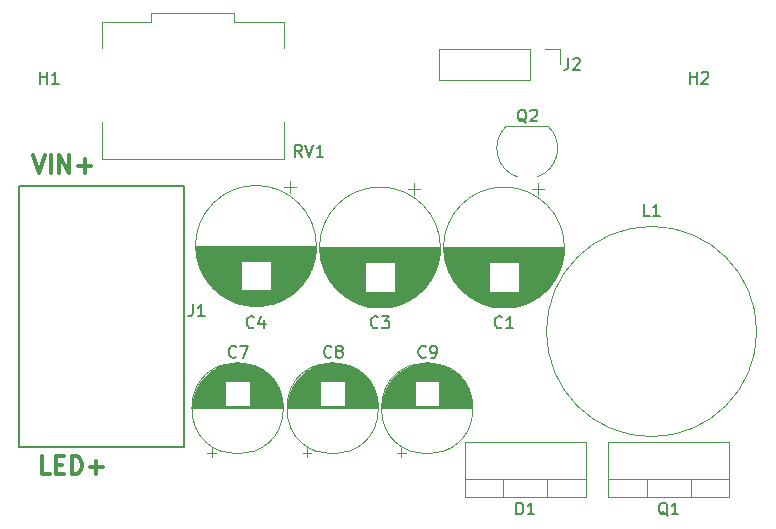
<source format=gbr>
%TF.GenerationSoftware,KiCad,Pcbnew,7.0.1-3b83917a11~172~ubuntu22.10.1*%
%TF.CreationDate,2023-09-25T18:41:39+02:00*%
%TF.ProjectId,led_boost_MIC3230,6c65645f-626f-46f7-9374-5f4d49433332,rev?*%
%TF.SameCoordinates,Original*%
%TF.FileFunction,Legend,Top*%
%TF.FilePolarity,Positive*%
%FSLAX46Y46*%
G04 Gerber Fmt 4.6, Leading zero omitted, Abs format (unit mm)*
G04 Created by KiCad (PCBNEW 7.0.1-3b83917a11~172~ubuntu22.10.1) date 2023-09-25 18:41:39*
%MOMM*%
%LPD*%
G01*
G04 APERTURE LIST*
%ADD10C,0.350000*%
%ADD11C,0.150000*%
%ADD12C,0.120000*%
%ADD13C,0.152400*%
G04 APERTURE END LIST*
D10*
X48642857Y-62316428D02*
X49142857Y-63816428D01*
X49142857Y-63816428D02*
X49642857Y-62316428D01*
X50142856Y-63816428D02*
X50142856Y-62316428D01*
X50857142Y-63816428D02*
X50857142Y-62316428D01*
X50857142Y-62316428D02*
X51714285Y-63816428D01*
X51714285Y-63816428D02*
X51714285Y-62316428D01*
X52428571Y-63245000D02*
X53571429Y-63245000D01*
X53000000Y-63816428D02*
X53000000Y-62673571D01*
X50071428Y-89316428D02*
X49357142Y-89316428D01*
X49357142Y-89316428D02*
X49357142Y-87816428D01*
X50571428Y-88530714D02*
X51071428Y-88530714D01*
X51285714Y-89316428D02*
X50571428Y-89316428D01*
X50571428Y-89316428D02*
X50571428Y-87816428D01*
X50571428Y-87816428D02*
X51285714Y-87816428D01*
X51928571Y-89316428D02*
X51928571Y-87816428D01*
X51928571Y-87816428D02*
X52285714Y-87816428D01*
X52285714Y-87816428D02*
X52500000Y-87887857D01*
X52500000Y-87887857D02*
X52642857Y-88030714D01*
X52642857Y-88030714D02*
X52714286Y-88173571D01*
X52714286Y-88173571D02*
X52785714Y-88459285D01*
X52785714Y-88459285D02*
X52785714Y-88673571D01*
X52785714Y-88673571D02*
X52714286Y-88959285D01*
X52714286Y-88959285D02*
X52642857Y-89102142D01*
X52642857Y-89102142D02*
X52500000Y-89245000D01*
X52500000Y-89245000D02*
X52285714Y-89316428D01*
X52285714Y-89316428D02*
X51928571Y-89316428D01*
X53428571Y-88745000D02*
X54571429Y-88745000D01*
X54000000Y-89316428D02*
X54000000Y-88173571D01*
D11*
%TO.C,C8*%
X73883333Y-79367380D02*
X73835714Y-79415000D01*
X73835714Y-79415000D02*
X73692857Y-79462619D01*
X73692857Y-79462619D02*
X73597619Y-79462619D01*
X73597619Y-79462619D02*
X73454762Y-79415000D01*
X73454762Y-79415000D02*
X73359524Y-79319761D01*
X73359524Y-79319761D02*
X73311905Y-79224523D01*
X73311905Y-79224523D02*
X73264286Y-79034047D01*
X73264286Y-79034047D02*
X73264286Y-78891190D01*
X73264286Y-78891190D02*
X73311905Y-78700714D01*
X73311905Y-78700714D02*
X73359524Y-78605476D01*
X73359524Y-78605476D02*
X73454762Y-78510238D01*
X73454762Y-78510238D02*
X73597619Y-78462619D01*
X73597619Y-78462619D02*
X73692857Y-78462619D01*
X73692857Y-78462619D02*
X73835714Y-78510238D01*
X73835714Y-78510238D02*
X73883333Y-78557857D01*
X74454762Y-78891190D02*
X74359524Y-78843571D01*
X74359524Y-78843571D02*
X74311905Y-78795952D01*
X74311905Y-78795952D02*
X74264286Y-78700714D01*
X74264286Y-78700714D02*
X74264286Y-78653095D01*
X74264286Y-78653095D02*
X74311905Y-78557857D01*
X74311905Y-78557857D02*
X74359524Y-78510238D01*
X74359524Y-78510238D02*
X74454762Y-78462619D01*
X74454762Y-78462619D02*
X74645238Y-78462619D01*
X74645238Y-78462619D02*
X74740476Y-78510238D01*
X74740476Y-78510238D02*
X74788095Y-78557857D01*
X74788095Y-78557857D02*
X74835714Y-78653095D01*
X74835714Y-78653095D02*
X74835714Y-78700714D01*
X74835714Y-78700714D02*
X74788095Y-78795952D01*
X74788095Y-78795952D02*
X74740476Y-78843571D01*
X74740476Y-78843571D02*
X74645238Y-78891190D01*
X74645238Y-78891190D02*
X74454762Y-78891190D01*
X74454762Y-78891190D02*
X74359524Y-78938809D01*
X74359524Y-78938809D02*
X74311905Y-78986428D01*
X74311905Y-78986428D02*
X74264286Y-79081666D01*
X74264286Y-79081666D02*
X74264286Y-79272142D01*
X74264286Y-79272142D02*
X74311905Y-79367380D01*
X74311905Y-79367380D02*
X74359524Y-79415000D01*
X74359524Y-79415000D02*
X74454762Y-79462619D01*
X74454762Y-79462619D02*
X74645238Y-79462619D01*
X74645238Y-79462619D02*
X74740476Y-79415000D01*
X74740476Y-79415000D02*
X74788095Y-79367380D01*
X74788095Y-79367380D02*
X74835714Y-79272142D01*
X74835714Y-79272142D02*
X74835714Y-79081666D01*
X74835714Y-79081666D02*
X74788095Y-78986428D01*
X74788095Y-78986428D02*
X74740476Y-78938809D01*
X74740476Y-78938809D02*
X74645238Y-78891190D01*
%TO.C,J1*%
X62166666Y-74962619D02*
X62166666Y-75676904D01*
X62166666Y-75676904D02*
X62119047Y-75819761D01*
X62119047Y-75819761D02*
X62023809Y-75915000D01*
X62023809Y-75915000D02*
X61880952Y-75962619D01*
X61880952Y-75962619D02*
X61785714Y-75962619D01*
X63166666Y-75962619D02*
X62595238Y-75962619D01*
X62880952Y-75962619D02*
X62880952Y-74962619D01*
X62880952Y-74962619D02*
X62785714Y-75105476D01*
X62785714Y-75105476D02*
X62690476Y-75200714D01*
X62690476Y-75200714D02*
X62595238Y-75248333D01*
%TO.C,H2*%
X104238095Y-56262619D02*
X104238095Y-55262619D01*
X104238095Y-55738809D02*
X104809523Y-55738809D01*
X104809523Y-56262619D02*
X104809523Y-55262619D01*
X105238095Y-55357857D02*
X105285714Y-55310238D01*
X105285714Y-55310238D02*
X105380952Y-55262619D01*
X105380952Y-55262619D02*
X105619047Y-55262619D01*
X105619047Y-55262619D02*
X105714285Y-55310238D01*
X105714285Y-55310238D02*
X105761904Y-55357857D01*
X105761904Y-55357857D02*
X105809523Y-55453095D01*
X105809523Y-55453095D02*
X105809523Y-55548333D01*
X105809523Y-55548333D02*
X105761904Y-55691190D01*
X105761904Y-55691190D02*
X105190476Y-56262619D01*
X105190476Y-56262619D02*
X105809523Y-56262619D01*
%TO.C,Q1*%
X102364761Y-92827857D02*
X102269523Y-92780238D01*
X102269523Y-92780238D02*
X102174285Y-92685000D01*
X102174285Y-92685000D02*
X102031428Y-92542142D01*
X102031428Y-92542142D02*
X101936190Y-92494523D01*
X101936190Y-92494523D02*
X101840952Y-92494523D01*
X101888571Y-92732619D02*
X101793333Y-92685000D01*
X101793333Y-92685000D02*
X101698095Y-92589761D01*
X101698095Y-92589761D02*
X101650476Y-92399285D01*
X101650476Y-92399285D02*
X101650476Y-92065952D01*
X101650476Y-92065952D02*
X101698095Y-91875476D01*
X101698095Y-91875476D02*
X101793333Y-91780238D01*
X101793333Y-91780238D02*
X101888571Y-91732619D01*
X101888571Y-91732619D02*
X102079047Y-91732619D01*
X102079047Y-91732619D02*
X102174285Y-91780238D01*
X102174285Y-91780238D02*
X102269523Y-91875476D01*
X102269523Y-91875476D02*
X102317142Y-92065952D01*
X102317142Y-92065952D02*
X102317142Y-92399285D01*
X102317142Y-92399285D02*
X102269523Y-92589761D01*
X102269523Y-92589761D02*
X102174285Y-92685000D01*
X102174285Y-92685000D02*
X102079047Y-92732619D01*
X102079047Y-92732619D02*
X101888571Y-92732619D01*
X103269523Y-92732619D02*
X102698095Y-92732619D01*
X102983809Y-92732619D02*
X102983809Y-91732619D01*
X102983809Y-91732619D02*
X102888571Y-91875476D01*
X102888571Y-91875476D02*
X102793333Y-91970714D01*
X102793333Y-91970714D02*
X102698095Y-92018333D01*
%TO.C,C7*%
X65833333Y-79367380D02*
X65785714Y-79415000D01*
X65785714Y-79415000D02*
X65642857Y-79462619D01*
X65642857Y-79462619D02*
X65547619Y-79462619D01*
X65547619Y-79462619D02*
X65404762Y-79415000D01*
X65404762Y-79415000D02*
X65309524Y-79319761D01*
X65309524Y-79319761D02*
X65261905Y-79224523D01*
X65261905Y-79224523D02*
X65214286Y-79034047D01*
X65214286Y-79034047D02*
X65214286Y-78891190D01*
X65214286Y-78891190D02*
X65261905Y-78700714D01*
X65261905Y-78700714D02*
X65309524Y-78605476D01*
X65309524Y-78605476D02*
X65404762Y-78510238D01*
X65404762Y-78510238D02*
X65547619Y-78462619D01*
X65547619Y-78462619D02*
X65642857Y-78462619D01*
X65642857Y-78462619D02*
X65785714Y-78510238D01*
X65785714Y-78510238D02*
X65833333Y-78557857D01*
X66166667Y-78462619D02*
X66833333Y-78462619D01*
X66833333Y-78462619D02*
X66404762Y-79462619D01*
%TO.C,C3*%
X77833333Y-76867380D02*
X77785714Y-76915000D01*
X77785714Y-76915000D02*
X77642857Y-76962619D01*
X77642857Y-76962619D02*
X77547619Y-76962619D01*
X77547619Y-76962619D02*
X77404762Y-76915000D01*
X77404762Y-76915000D02*
X77309524Y-76819761D01*
X77309524Y-76819761D02*
X77261905Y-76724523D01*
X77261905Y-76724523D02*
X77214286Y-76534047D01*
X77214286Y-76534047D02*
X77214286Y-76391190D01*
X77214286Y-76391190D02*
X77261905Y-76200714D01*
X77261905Y-76200714D02*
X77309524Y-76105476D01*
X77309524Y-76105476D02*
X77404762Y-76010238D01*
X77404762Y-76010238D02*
X77547619Y-75962619D01*
X77547619Y-75962619D02*
X77642857Y-75962619D01*
X77642857Y-75962619D02*
X77785714Y-76010238D01*
X77785714Y-76010238D02*
X77833333Y-76057857D01*
X78166667Y-75962619D02*
X78785714Y-75962619D01*
X78785714Y-75962619D02*
X78452381Y-76343571D01*
X78452381Y-76343571D02*
X78595238Y-76343571D01*
X78595238Y-76343571D02*
X78690476Y-76391190D01*
X78690476Y-76391190D02*
X78738095Y-76438809D01*
X78738095Y-76438809D02*
X78785714Y-76534047D01*
X78785714Y-76534047D02*
X78785714Y-76772142D01*
X78785714Y-76772142D02*
X78738095Y-76867380D01*
X78738095Y-76867380D02*
X78690476Y-76915000D01*
X78690476Y-76915000D02*
X78595238Y-76962619D01*
X78595238Y-76962619D02*
X78309524Y-76962619D01*
X78309524Y-76962619D02*
X78214286Y-76915000D01*
X78214286Y-76915000D02*
X78166667Y-76867380D01*
%TO.C,H1*%
X49238095Y-56262619D02*
X49238095Y-55262619D01*
X49238095Y-55738809D02*
X49809523Y-55738809D01*
X49809523Y-56262619D02*
X49809523Y-55262619D01*
X50809523Y-56262619D02*
X50238095Y-56262619D01*
X50523809Y-56262619D02*
X50523809Y-55262619D01*
X50523809Y-55262619D02*
X50428571Y-55405476D01*
X50428571Y-55405476D02*
X50333333Y-55500714D01*
X50333333Y-55500714D02*
X50238095Y-55548333D01*
%TO.C,L1*%
X100833333Y-67462618D02*
X100357143Y-67462618D01*
X100357143Y-67462618D02*
X100357143Y-66462618D01*
X101690476Y-67462618D02*
X101119048Y-67462618D01*
X101404762Y-67462618D02*
X101404762Y-66462618D01*
X101404762Y-66462618D02*
X101309524Y-66605475D01*
X101309524Y-66605475D02*
X101214286Y-66700713D01*
X101214286Y-66700713D02*
X101119048Y-66748332D01*
%TO.C,RV1*%
X71404761Y-62462619D02*
X71071428Y-61986428D01*
X70833333Y-62462619D02*
X70833333Y-61462619D01*
X70833333Y-61462619D02*
X71214285Y-61462619D01*
X71214285Y-61462619D02*
X71309523Y-61510238D01*
X71309523Y-61510238D02*
X71357142Y-61557857D01*
X71357142Y-61557857D02*
X71404761Y-61653095D01*
X71404761Y-61653095D02*
X71404761Y-61795952D01*
X71404761Y-61795952D02*
X71357142Y-61891190D01*
X71357142Y-61891190D02*
X71309523Y-61938809D01*
X71309523Y-61938809D02*
X71214285Y-61986428D01*
X71214285Y-61986428D02*
X70833333Y-61986428D01*
X71690476Y-61462619D02*
X72023809Y-62462619D01*
X72023809Y-62462619D02*
X72357142Y-61462619D01*
X73214285Y-62462619D02*
X72642857Y-62462619D01*
X72928571Y-62462619D02*
X72928571Y-61462619D01*
X72928571Y-61462619D02*
X72833333Y-61605476D01*
X72833333Y-61605476D02*
X72738095Y-61700714D01*
X72738095Y-61700714D02*
X72642857Y-61748333D01*
%TO.C,J2*%
X93941666Y-54100119D02*
X93941666Y-54814404D01*
X93941666Y-54814404D02*
X93894047Y-54957261D01*
X93894047Y-54957261D02*
X93798809Y-55052500D01*
X93798809Y-55052500D02*
X93655952Y-55100119D01*
X93655952Y-55100119D02*
X93560714Y-55100119D01*
X94370238Y-54195357D02*
X94417857Y-54147738D01*
X94417857Y-54147738D02*
X94513095Y-54100119D01*
X94513095Y-54100119D02*
X94751190Y-54100119D01*
X94751190Y-54100119D02*
X94846428Y-54147738D01*
X94846428Y-54147738D02*
X94894047Y-54195357D01*
X94894047Y-54195357D02*
X94941666Y-54290595D01*
X94941666Y-54290595D02*
X94941666Y-54385833D01*
X94941666Y-54385833D02*
X94894047Y-54528690D01*
X94894047Y-54528690D02*
X94322619Y-55100119D01*
X94322619Y-55100119D02*
X94941666Y-55100119D01*
%TO.C,C4*%
X67333333Y-76867380D02*
X67285714Y-76915000D01*
X67285714Y-76915000D02*
X67142857Y-76962619D01*
X67142857Y-76962619D02*
X67047619Y-76962619D01*
X67047619Y-76962619D02*
X66904762Y-76915000D01*
X66904762Y-76915000D02*
X66809524Y-76819761D01*
X66809524Y-76819761D02*
X66761905Y-76724523D01*
X66761905Y-76724523D02*
X66714286Y-76534047D01*
X66714286Y-76534047D02*
X66714286Y-76391190D01*
X66714286Y-76391190D02*
X66761905Y-76200714D01*
X66761905Y-76200714D02*
X66809524Y-76105476D01*
X66809524Y-76105476D02*
X66904762Y-76010238D01*
X66904762Y-76010238D02*
X67047619Y-75962619D01*
X67047619Y-75962619D02*
X67142857Y-75962619D01*
X67142857Y-75962619D02*
X67285714Y-76010238D01*
X67285714Y-76010238D02*
X67333333Y-76057857D01*
X68190476Y-76295952D02*
X68190476Y-76962619D01*
X67952381Y-75915000D02*
X67714286Y-76629285D01*
X67714286Y-76629285D02*
X68333333Y-76629285D01*
%TO.C,D1*%
X89551905Y-92732619D02*
X89551905Y-91732619D01*
X89551905Y-91732619D02*
X89790000Y-91732619D01*
X89790000Y-91732619D02*
X89932857Y-91780238D01*
X89932857Y-91780238D02*
X90028095Y-91875476D01*
X90028095Y-91875476D02*
X90075714Y-91970714D01*
X90075714Y-91970714D02*
X90123333Y-92161190D01*
X90123333Y-92161190D02*
X90123333Y-92304047D01*
X90123333Y-92304047D02*
X90075714Y-92494523D01*
X90075714Y-92494523D02*
X90028095Y-92589761D01*
X90028095Y-92589761D02*
X89932857Y-92685000D01*
X89932857Y-92685000D02*
X89790000Y-92732619D01*
X89790000Y-92732619D02*
X89551905Y-92732619D01*
X91075714Y-92732619D02*
X90504286Y-92732619D01*
X90790000Y-92732619D02*
X90790000Y-91732619D01*
X90790000Y-91732619D02*
X90694762Y-91875476D01*
X90694762Y-91875476D02*
X90599524Y-91970714D01*
X90599524Y-91970714D02*
X90504286Y-92018333D01*
%TO.C,C1*%
X88333333Y-76867380D02*
X88285714Y-76915000D01*
X88285714Y-76915000D02*
X88142857Y-76962619D01*
X88142857Y-76962619D02*
X88047619Y-76962619D01*
X88047619Y-76962619D02*
X87904762Y-76915000D01*
X87904762Y-76915000D02*
X87809524Y-76819761D01*
X87809524Y-76819761D02*
X87761905Y-76724523D01*
X87761905Y-76724523D02*
X87714286Y-76534047D01*
X87714286Y-76534047D02*
X87714286Y-76391190D01*
X87714286Y-76391190D02*
X87761905Y-76200714D01*
X87761905Y-76200714D02*
X87809524Y-76105476D01*
X87809524Y-76105476D02*
X87904762Y-76010238D01*
X87904762Y-76010238D02*
X88047619Y-75962619D01*
X88047619Y-75962619D02*
X88142857Y-75962619D01*
X88142857Y-75962619D02*
X88285714Y-76010238D01*
X88285714Y-76010238D02*
X88333333Y-76057857D01*
X89285714Y-76962619D02*
X88714286Y-76962619D01*
X89000000Y-76962619D02*
X89000000Y-75962619D01*
X89000000Y-75962619D02*
X88904762Y-76105476D01*
X88904762Y-76105476D02*
X88809524Y-76200714D01*
X88809524Y-76200714D02*
X88714286Y-76248333D01*
%TO.C,C9*%
X81883333Y-79367380D02*
X81835714Y-79415000D01*
X81835714Y-79415000D02*
X81692857Y-79462619D01*
X81692857Y-79462619D02*
X81597619Y-79462619D01*
X81597619Y-79462619D02*
X81454762Y-79415000D01*
X81454762Y-79415000D02*
X81359524Y-79319761D01*
X81359524Y-79319761D02*
X81311905Y-79224523D01*
X81311905Y-79224523D02*
X81264286Y-79034047D01*
X81264286Y-79034047D02*
X81264286Y-78891190D01*
X81264286Y-78891190D02*
X81311905Y-78700714D01*
X81311905Y-78700714D02*
X81359524Y-78605476D01*
X81359524Y-78605476D02*
X81454762Y-78510238D01*
X81454762Y-78510238D02*
X81597619Y-78462619D01*
X81597619Y-78462619D02*
X81692857Y-78462619D01*
X81692857Y-78462619D02*
X81835714Y-78510238D01*
X81835714Y-78510238D02*
X81883333Y-78557857D01*
X82359524Y-79462619D02*
X82550000Y-79462619D01*
X82550000Y-79462619D02*
X82645238Y-79415000D01*
X82645238Y-79415000D02*
X82692857Y-79367380D01*
X82692857Y-79367380D02*
X82788095Y-79224523D01*
X82788095Y-79224523D02*
X82835714Y-79034047D01*
X82835714Y-79034047D02*
X82835714Y-78653095D01*
X82835714Y-78653095D02*
X82788095Y-78557857D01*
X82788095Y-78557857D02*
X82740476Y-78510238D01*
X82740476Y-78510238D02*
X82645238Y-78462619D01*
X82645238Y-78462619D02*
X82454762Y-78462619D01*
X82454762Y-78462619D02*
X82359524Y-78510238D01*
X82359524Y-78510238D02*
X82311905Y-78557857D01*
X82311905Y-78557857D02*
X82264286Y-78653095D01*
X82264286Y-78653095D02*
X82264286Y-78891190D01*
X82264286Y-78891190D02*
X82311905Y-78986428D01*
X82311905Y-78986428D02*
X82359524Y-79034047D01*
X82359524Y-79034047D02*
X82454762Y-79081666D01*
X82454762Y-79081666D02*
X82645238Y-79081666D01*
X82645238Y-79081666D02*
X82740476Y-79034047D01*
X82740476Y-79034047D02*
X82788095Y-78986428D01*
X82788095Y-78986428D02*
X82835714Y-78891190D01*
%TO.C,Q2*%
X90404761Y-59557857D02*
X90309523Y-59510238D01*
X90309523Y-59510238D02*
X90214285Y-59415000D01*
X90214285Y-59415000D02*
X90071428Y-59272142D01*
X90071428Y-59272142D02*
X89976190Y-59224523D01*
X89976190Y-59224523D02*
X89880952Y-59224523D01*
X89928571Y-59462619D02*
X89833333Y-59415000D01*
X89833333Y-59415000D02*
X89738095Y-59319761D01*
X89738095Y-59319761D02*
X89690476Y-59129285D01*
X89690476Y-59129285D02*
X89690476Y-58795952D01*
X89690476Y-58795952D02*
X89738095Y-58605476D01*
X89738095Y-58605476D02*
X89833333Y-58510238D01*
X89833333Y-58510238D02*
X89928571Y-58462619D01*
X89928571Y-58462619D02*
X90119047Y-58462619D01*
X90119047Y-58462619D02*
X90214285Y-58510238D01*
X90214285Y-58510238D02*
X90309523Y-58605476D01*
X90309523Y-58605476D02*
X90357142Y-58795952D01*
X90357142Y-58795952D02*
X90357142Y-59129285D01*
X90357142Y-59129285D02*
X90309523Y-59319761D01*
X90309523Y-59319761D02*
X90214285Y-59415000D01*
X90214285Y-59415000D02*
X90119047Y-59462619D01*
X90119047Y-59462619D02*
X89928571Y-59462619D01*
X90738095Y-58557857D02*
X90785714Y-58510238D01*
X90785714Y-58510238D02*
X90880952Y-58462619D01*
X90880952Y-58462619D02*
X91119047Y-58462619D01*
X91119047Y-58462619D02*
X91214285Y-58510238D01*
X91214285Y-58510238D02*
X91261904Y-58557857D01*
X91261904Y-58557857D02*
X91309523Y-58653095D01*
X91309523Y-58653095D02*
X91309523Y-58748333D01*
X91309523Y-58748333D02*
X91261904Y-58891190D01*
X91261904Y-58891190D02*
X90690476Y-59462619D01*
X90690476Y-59462619D02*
X91309523Y-59462619D01*
D12*
%TO.C,C8*%
X71825000Y-87892211D02*
X71825000Y-87142211D01*
X71450000Y-87517211D02*
X72200000Y-87517211D01*
X70170000Y-83750000D02*
X77830000Y-83750000D01*
X70170000Y-83710000D02*
X77830000Y-83710000D01*
X70170000Y-83670000D02*
X77830000Y-83670000D01*
X70171000Y-83630000D02*
X77829000Y-83630000D01*
X70173000Y-83590000D02*
X77827000Y-83590000D01*
X70175000Y-83550000D02*
X77825000Y-83550000D01*
X70177000Y-83510000D02*
X72960000Y-83510000D01*
X75040000Y-83510000D02*
X77823000Y-83510000D01*
X70180000Y-83470000D02*
X72960000Y-83470000D01*
X75040000Y-83470000D02*
X77820000Y-83470000D01*
X70183000Y-83430000D02*
X72960000Y-83430000D01*
X75040000Y-83430000D02*
X77817000Y-83430000D01*
X70186000Y-83390000D02*
X72960000Y-83390000D01*
X75040000Y-83390000D02*
X77814000Y-83390000D01*
X70190000Y-83350000D02*
X72960000Y-83350000D01*
X75040000Y-83350000D02*
X77810000Y-83350000D01*
X70195000Y-83310000D02*
X72960000Y-83310000D01*
X75040000Y-83310000D02*
X77805000Y-83310000D01*
X70199000Y-83270000D02*
X72960000Y-83270000D01*
X75040000Y-83270000D02*
X77801000Y-83270000D01*
X70205000Y-83230000D02*
X72960000Y-83230000D01*
X75040000Y-83230000D02*
X77795000Y-83230000D01*
X70210000Y-83190000D02*
X72960000Y-83190000D01*
X75040000Y-83190000D02*
X77790000Y-83190000D01*
X70216000Y-83150000D02*
X72960000Y-83150000D01*
X75040000Y-83150000D02*
X77784000Y-83150000D01*
X70223000Y-83110000D02*
X72960000Y-83110000D01*
X75040000Y-83110000D02*
X77777000Y-83110000D01*
X70230000Y-83070000D02*
X72960000Y-83070000D01*
X75040000Y-83070000D02*
X77770000Y-83070000D01*
X70237000Y-83029000D02*
X72960000Y-83029000D01*
X75040000Y-83029000D02*
X77763000Y-83029000D01*
X70245000Y-82989000D02*
X72960000Y-82989000D01*
X75040000Y-82989000D02*
X77755000Y-82989000D01*
X70253000Y-82949000D02*
X72960000Y-82949000D01*
X75040000Y-82949000D02*
X77747000Y-82949000D01*
X70262000Y-82909000D02*
X72960000Y-82909000D01*
X75040000Y-82909000D02*
X77738000Y-82909000D01*
X70271000Y-82869000D02*
X72960000Y-82869000D01*
X75040000Y-82869000D02*
X77729000Y-82869000D01*
X70280000Y-82829000D02*
X72960000Y-82829000D01*
X75040000Y-82829000D02*
X77720000Y-82829000D01*
X70290000Y-82789000D02*
X72960000Y-82789000D01*
X75040000Y-82789000D02*
X77710000Y-82789000D01*
X70301000Y-82749000D02*
X72960000Y-82749000D01*
X75040000Y-82749000D02*
X77699000Y-82749000D01*
X70312000Y-82709000D02*
X72960000Y-82709000D01*
X75040000Y-82709000D02*
X77688000Y-82709000D01*
X70323000Y-82669000D02*
X72960000Y-82669000D01*
X75040000Y-82669000D02*
X77677000Y-82669000D01*
X70335000Y-82629000D02*
X72960000Y-82629000D01*
X75040000Y-82629000D02*
X77665000Y-82629000D01*
X70347000Y-82589000D02*
X72960000Y-82589000D01*
X75040000Y-82589000D02*
X77653000Y-82589000D01*
X70360000Y-82549000D02*
X72960000Y-82549000D01*
X75040000Y-82549000D02*
X77640000Y-82549000D01*
X70374000Y-82509000D02*
X72960000Y-82509000D01*
X75040000Y-82509000D02*
X77626000Y-82509000D01*
X70387000Y-82469000D02*
X72960000Y-82469000D01*
X75040000Y-82469000D02*
X77613000Y-82469000D01*
X70402000Y-82429000D02*
X72960000Y-82429000D01*
X75040000Y-82429000D02*
X77598000Y-82429000D01*
X70416000Y-82389000D02*
X72960000Y-82389000D01*
X75040000Y-82389000D02*
X77584000Y-82389000D01*
X70432000Y-82349000D02*
X72960000Y-82349000D01*
X75040000Y-82349000D02*
X77568000Y-82349000D01*
X70447000Y-82309000D02*
X72960000Y-82309000D01*
X75040000Y-82309000D02*
X77553000Y-82309000D01*
X70464000Y-82269000D02*
X72960000Y-82269000D01*
X75040000Y-82269000D02*
X77536000Y-82269000D01*
X70480000Y-82229000D02*
X72960000Y-82229000D01*
X75040000Y-82229000D02*
X77520000Y-82229000D01*
X70498000Y-82189000D02*
X72960000Y-82189000D01*
X75040000Y-82189000D02*
X77502000Y-82189000D01*
X70516000Y-82149000D02*
X72960000Y-82149000D01*
X75040000Y-82149000D02*
X77484000Y-82149000D01*
X70534000Y-82109000D02*
X72960000Y-82109000D01*
X75040000Y-82109000D02*
X77466000Y-82109000D01*
X70553000Y-82069000D02*
X72960000Y-82069000D01*
X75040000Y-82069000D02*
X77447000Y-82069000D01*
X70573000Y-82029000D02*
X72960000Y-82029000D01*
X75040000Y-82029000D02*
X77427000Y-82029000D01*
X70593000Y-81989000D02*
X72960000Y-81989000D01*
X75040000Y-81989000D02*
X77407000Y-81989000D01*
X70614000Y-81949000D02*
X72960000Y-81949000D01*
X75040000Y-81949000D02*
X77386000Y-81949000D01*
X70635000Y-81909000D02*
X72960000Y-81909000D01*
X75040000Y-81909000D02*
X77365000Y-81909000D01*
X70657000Y-81869000D02*
X72960000Y-81869000D01*
X75040000Y-81869000D02*
X77343000Y-81869000D01*
X70679000Y-81829000D02*
X72960000Y-81829000D01*
X75040000Y-81829000D02*
X77321000Y-81829000D01*
X70703000Y-81789000D02*
X72960000Y-81789000D01*
X75040000Y-81789000D02*
X77297000Y-81789000D01*
X70726000Y-81749000D02*
X72960000Y-81749000D01*
X75040000Y-81749000D02*
X77274000Y-81749000D01*
X70751000Y-81709000D02*
X72960000Y-81709000D01*
X75040000Y-81709000D02*
X77249000Y-81709000D01*
X70776000Y-81669000D02*
X72960000Y-81669000D01*
X75040000Y-81669000D02*
X77224000Y-81669000D01*
X70802000Y-81629000D02*
X72960000Y-81629000D01*
X75040000Y-81629000D02*
X77198000Y-81629000D01*
X70828000Y-81589000D02*
X72960000Y-81589000D01*
X75040000Y-81589000D02*
X77172000Y-81589000D01*
X70856000Y-81549000D02*
X72960000Y-81549000D01*
X75040000Y-81549000D02*
X77144000Y-81549000D01*
X70884000Y-81509000D02*
X72960000Y-81509000D01*
X75040000Y-81509000D02*
X77116000Y-81509000D01*
X70912000Y-81469000D02*
X72960000Y-81469000D01*
X75040000Y-81469000D02*
X77088000Y-81469000D01*
X70942000Y-81429000D02*
X77058000Y-81429000D01*
X70972000Y-81389000D02*
X77028000Y-81389000D01*
X71004000Y-81349000D02*
X76996000Y-81349000D01*
X71036000Y-81309000D02*
X76964000Y-81309000D01*
X71069000Y-81269000D02*
X76931000Y-81269000D01*
X71102000Y-81229000D02*
X76898000Y-81229000D01*
X71137000Y-81189000D02*
X76863000Y-81189000D01*
X71173000Y-81149000D02*
X76827000Y-81149000D01*
X71210000Y-81109000D02*
X76790000Y-81109000D01*
X71248000Y-81069000D02*
X76752000Y-81069000D01*
X71287000Y-81029000D02*
X76713000Y-81029000D01*
X71327000Y-80989000D02*
X76673000Y-80989000D01*
X71368000Y-80949000D02*
X76632000Y-80949000D01*
X71411000Y-80909000D02*
X76589000Y-80909000D01*
X71454000Y-80869000D02*
X76546000Y-80869000D01*
X71500000Y-80829000D02*
X76500000Y-80829000D01*
X71546000Y-80789000D02*
X76454000Y-80789000D01*
X71595000Y-80749000D02*
X76405000Y-80749000D01*
X71645000Y-80709000D02*
X76355000Y-80709000D01*
X71696000Y-80669000D02*
X76304000Y-80669000D01*
X71750000Y-80629000D02*
X76250000Y-80629000D01*
X71805000Y-80589000D02*
X76195000Y-80589000D01*
X71863000Y-80549000D02*
X76137000Y-80549000D01*
X71923000Y-80509000D02*
X76077000Y-80509000D01*
X71986000Y-80469000D02*
X76014000Y-80469000D01*
X72051000Y-80429000D02*
X75949000Y-80429000D01*
X72119000Y-80389000D02*
X75881000Y-80389000D01*
X72191000Y-80349000D02*
X75809000Y-80349000D01*
X72267000Y-80309000D02*
X75733000Y-80309000D01*
X72346000Y-80269000D02*
X75654000Y-80269000D01*
X72431000Y-80229000D02*
X75569000Y-80229000D01*
X72522000Y-80189000D02*
X75478000Y-80189000D01*
X72619000Y-80149000D02*
X75381000Y-80149000D01*
X72725000Y-80109000D02*
X75275000Y-80109000D01*
X72842000Y-80069000D02*
X75158000Y-80069000D01*
X72972000Y-80029000D02*
X75028000Y-80029000D01*
X73123000Y-79989000D02*
X74877000Y-79989000D01*
X73307000Y-79949000D02*
X74693000Y-79949000D01*
X73559000Y-79909000D02*
X74441000Y-79909000D01*
X77870000Y-83750000D02*
G75*
G03*
X77870000Y-83750000I-3870000J0D01*
G01*
D13*
%TO.C,J1*%
X61400001Y-64962999D02*
X47473000Y-64962999D01*
X47473000Y-64962999D02*
X47473000Y-87037001D01*
X61400001Y-87037001D02*
X61400001Y-64962999D01*
X47473000Y-87037001D02*
X61400001Y-87037001D01*
D12*
%TO.C,Q1*%
X107580000Y-91270000D02*
X107580000Y-86629000D01*
X107580000Y-91270000D02*
X97340000Y-91270000D01*
X107580000Y-89760000D02*
X97340000Y-89760000D01*
X107580000Y-86629000D02*
X97340000Y-86629000D01*
X104310000Y-91270000D02*
X104310000Y-89760000D01*
X100609000Y-91270000D02*
X100609000Y-89760000D01*
X97340000Y-91270000D02*
X97340000Y-86629000D01*
%TO.C,C7*%
X63775000Y-87892211D02*
X63775000Y-87142211D01*
X63400000Y-87517211D02*
X64150000Y-87517211D01*
X62120000Y-83750000D02*
X69780000Y-83750000D01*
X62120000Y-83710000D02*
X69780000Y-83710000D01*
X62120000Y-83670000D02*
X69780000Y-83670000D01*
X62121000Y-83630000D02*
X69779000Y-83630000D01*
X62123000Y-83590000D02*
X69777000Y-83590000D01*
X62125000Y-83550000D02*
X69775000Y-83550000D01*
X62127000Y-83510000D02*
X64910000Y-83510000D01*
X66990000Y-83510000D02*
X69773000Y-83510000D01*
X62130000Y-83470000D02*
X64910000Y-83470000D01*
X66990000Y-83470000D02*
X69770000Y-83470000D01*
X62133000Y-83430000D02*
X64910000Y-83430000D01*
X66990000Y-83430000D02*
X69767000Y-83430000D01*
X62136000Y-83390000D02*
X64910000Y-83390000D01*
X66990000Y-83390000D02*
X69764000Y-83390000D01*
X62140000Y-83350000D02*
X64910000Y-83350000D01*
X66990000Y-83350000D02*
X69760000Y-83350000D01*
X62145000Y-83310000D02*
X64910000Y-83310000D01*
X66990000Y-83310000D02*
X69755000Y-83310000D01*
X62149000Y-83270000D02*
X64910000Y-83270000D01*
X66990000Y-83270000D02*
X69751000Y-83270000D01*
X62155000Y-83230000D02*
X64910000Y-83230000D01*
X66990000Y-83230000D02*
X69745000Y-83230000D01*
X62160000Y-83190000D02*
X64910000Y-83190000D01*
X66990000Y-83190000D02*
X69740000Y-83190000D01*
X62166000Y-83150000D02*
X64910000Y-83150000D01*
X66990000Y-83150000D02*
X69734000Y-83150000D01*
X62173000Y-83110000D02*
X64910000Y-83110000D01*
X66990000Y-83110000D02*
X69727000Y-83110000D01*
X62180000Y-83070000D02*
X64910000Y-83070000D01*
X66990000Y-83070000D02*
X69720000Y-83070000D01*
X62187000Y-83029000D02*
X64910000Y-83029000D01*
X66990000Y-83029000D02*
X69713000Y-83029000D01*
X62195000Y-82989000D02*
X64910000Y-82989000D01*
X66990000Y-82989000D02*
X69705000Y-82989000D01*
X62203000Y-82949000D02*
X64910000Y-82949000D01*
X66990000Y-82949000D02*
X69697000Y-82949000D01*
X62212000Y-82909000D02*
X64910000Y-82909000D01*
X66990000Y-82909000D02*
X69688000Y-82909000D01*
X62221000Y-82869000D02*
X64910000Y-82869000D01*
X66990000Y-82869000D02*
X69679000Y-82869000D01*
X62230000Y-82829000D02*
X64910000Y-82829000D01*
X66990000Y-82829000D02*
X69670000Y-82829000D01*
X62240000Y-82789000D02*
X64910000Y-82789000D01*
X66990000Y-82789000D02*
X69660000Y-82789000D01*
X62251000Y-82749000D02*
X64910000Y-82749000D01*
X66990000Y-82749000D02*
X69649000Y-82749000D01*
X62262000Y-82709000D02*
X64910000Y-82709000D01*
X66990000Y-82709000D02*
X69638000Y-82709000D01*
X62273000Y-82669000D02*
X64910000Y-82669000D01*
X66990000Y-82669000D02*
X69627000Y-82669000D01*
X62285000Y-82629000D02*
X64910000Y-82629000D01*
X66990000Y-82629000D02*
X69615000Y-82629000D01*
X62297000Y-82589000D02*
X64910000Y-82589000D01*
X66990000Y-82589000D02*
X69603000Y-82589000D01*
X62310000Y-82549000D02*
X64910000Y-82549000D01*
X66990000Y-82549000D02*
X69590000Y-82549000D01*
X62324000Y-82509000D02*
X64910000Y-82509000D01*
X66990000Y-82509000D02*
X69576000Y-82509000D01*
X62337000Y-82469000D02*
X64910000Y-82469000D01*
X66990000Y-82469000D02*
X69563000Y-82469000D01*
X62352000Y-82429000D02*
X64910000Y-82429000D01*
X66990000Y-82429000D02*
X69548000Y-82429000D01*
X62366000Y-82389000D02*
X64910000Y-82389000D01*
X66990000Y-82389000D02*
X69534000Y-82389000D01*
X62382000Y-82349000D02*
X64910000Y-82349000D01*
X66990000Y-82349000D02*
X69518000Y-82349000D01*
X62397000Y-82309000D02*
X64910000Y-82309000D01*
X66990000Y-82309000D02*
X69503000Y-82309000D01*
X62414000Y-82269000D02*
X64910000Y-82269000D01*
X66990000Y-82269000D02*
X69486000Y-82269000D01*
X62430000Y-82229000D02*
X64910000Y-82229000D01*
X66990000Y-82229000D02*
X69470000Y-82229000D01*
X62448000Y-82189000D02*
X64910000Y-82189000D01*
X66990000Y-82189000D02*
X69452000Y-82189000D01*
X62466000Y-82149000D02*
X64910000Y-82149000D01*
X66990000Y-82149000D02*
X69434000Y-82149000D01*
X62484000Y-82109000D02*
X64910000Y-82109000D01*
X66990000Y-82109000D02*
X69416000Y-82109000D01*
X62503000Y-82069000D02*
X64910000Y-82069000D01*
X66990000Y-82069000D02*
X69397000Y-82069000D01*
X62523000Y-82029000D02*
X64910000Y-82029000D01*
X66990000Y-82029000D02*
X69377000Y-82029000D01*
X62543000Y-81989000D02*
X64910000Y-81989000D01*
X66990000Y-81989000D02*
X69357000Y-81989000D01*
X62564000Y-81949000D02*
X64910000Y-81949000D01*
X66990000Y-81949000D02*
X69336000Y-81949000D01*
X62585000Y-81909000D02*
X64910000Y-81909000D01*
X66990000Y-81909000D02*
X69315000Y-81909000D01*
X62607000Y-81869000D02*
X64910000Y-81869000D01*
X66990000Y-81869000D02*
X69293000Y-81869000D01*
X62629000Y-81829000D02*
X64910000Y-81829000D01*
X66990000Y-81829000D02*
X69271000Y-81829000D01*
X62653000Y-81789000D02*
X64910000Y-81789000D01*
X66990000Y-81789000D02*
X69247000Y-81789000D01*
X62676000Y-81749000D02*
X64910000Y-81749000D01*
X66990000Y-81749000D02*
X69224000Y-81749000D01*
X62701000Y-81709000D02*
X64910000Y-81709000D01*
X66990000Y-81709000D02*
X69199000Y-81709000D01*
X62726000Y-81669000D02*
X64910000Y-81669000D01*
X66990000Y-81669000D02*
X69174000Y-81669000D01*
X62752000Y-81629000D02*
X64910000Y-81629000D01*
X66990000Y-81629000D02*
X69148000Y-81629000D01*
X62778000Y-81589000D02*
X64910000Y-81589000D01*
X66990000Y-81589000D02*
X69122000Y-81589000D01*
X62806000Y-81549000D02*
X64910000Y-81549000D01*
X66990000Y-81549000D02*
X69094000Y-81549000D01*
X62834000Y-81509000D02*
X64910000Y-81509000D01*
X66990000Y-81509000D02*
X69066000Y-81509000D01*
X62862000Y-81469000D02*
X64910000Y-81469000D01*
X66990000Y-81469000D02*
X69038000Y-81469000D01*
X62892000Y-81429000D02*
X69008000Y-81429000D01*
X62922000Y-81389000D02*
X68978000Y-81389000D01*
X62954000Y-81349000D02*
X68946000Y-81349000D01*
X62986000Y-81309000D02*
X68914000Y-81309000D01*
X63019000Y-81269000D02*
X68881000Y-81269000D01*
X63052000Y-81229000D02*
X68848000Y-81229000D01*
X63087000Y-81189000D02*
X68813000Y-81189000D01*
X63123000Y-81149000D02*
X68777000Y-81149000D01*
X63160000Y-81109000D02*
X68740000Y-81109000D01*
X63198000Y-81069000D02*
X68702000Y-81069000D01*
X63237000Y-81029000D02*
X68663000Y-81029000D01*
X63277000Y-80989000D02*
X68623000Y-80989000D01*
X63318000Y-80949000D02*
X68582000Y-80949000D01*
X63361000Y-80909000D02*
X68539000Y-80909000D01*
X63404000Y-80869000D02*
X68496000Y-80869000D01*
X63450000Y-80829000D02*
X68450000Y-80829000D01*
X63496000Y-80789000D02*
X68404000Y-80789000D01*
X63545000Y-80749000D02*
X68355000Y-80749000D01*
X63595000Y-80709000D02*
X68305000Y-80709000D01*
X63646000Y-80669000D02*
X68254000Y-80669000D01*
X63700000Y-80629000D02*
X68200000Y-80629000D01*
X63755000Y-80589000D02*
X68145000Y-80589000D01*
X63813000Y-80549000D02*
X68087000Y-80549000D01*
X63873000Y-80509000D02*
X68027000Y-80509000D01*
X63936000Y-80469000D02*
X67964000Y-80469000D01*
X64001000Y-80429000D02*
X67899000Y-80429000D01*
X64069000Y-80389000D02*
X67831000Y-80389000D01*
X64141000Y-80349000D02*
X67759000Y-80349000D01*
X64217000Y-80309000D02*
X67683000Y-80309000D01*
X64296000Y-80269000D02*
X67604000Y-80269000D01*
X64381000Y-80229000D02*
X67519000Y-80229000D01*
X64472000Y-80189000D02*
X67428000Y-80189000D01*
X64569000Y-80149000D02*
X67331000Y-80149000D01*
X64675000Y-80109000D02*
X67225000Y-80109000D01*
X64792000Y-80069000D02*
X67108000Y-80069000D01*
X64922000Y-80029000D02*
X66978000Y-80029000D01*
X65073000Y-79989000D02*
X66827000Y-79989000D01*
X65257000Y-79949000D02*
X66643000Y-79949000D01*
X65509000Y-79909000D02*
X66391000Y-79909000D01*
X69820000Y-83750000D02*
G75*
G03*
X69820000Y-83750000I-3870000J0D01*
G01*
%TO.C,C3*%
X80875000Y-64652677D02*
X80875000Y-65652677D01*
X81375000Y-65152677D02*
X80375000Y-65152677D01*
X83080000Y-70132323D02*
X72920000Y-70132323D01*
X83080000Y-70172323D02*
X72920000Y-70172323D01*
X83080000Y-70212323D02*
X72920000Y-70212323D01*
X83079000Y-70252323D02*
X72921000Y-70252323D01*
X83078000Y-70292323D02*
X72922000Y-70292323D01*
X83077000Y-70332323D02*
X72923000Y-70332323D01*
X83075000Y-70372323D02*
X72925000Y-70372323D01*
X83073000Y-70412323D02*
X72927000Y-70412323D01*
X83070000Y-70452323D02*
X72930000Y-70452323D01*
X83068000Y-70492323D02*
X72932000Y-70492323D01*
X83065000Y-70532323D02*
X72935000Y-70532323D01*
X83062000Y-70572323D02*
X72938000Y-70572323D01*
X83058000Y-70612323D02*
X72942000Y-70612323D01*
X83054000Y-70652323D02*
X72946000Y-70652323D01*
X83050000Y-70692323D02*
X72950000Y-70692323D01*
X83045000Y-70732323D02*
X72955000Y-70732323D01*
X83040000Y-70772323D02*
X72960000Y-70772323D01*
X83035000Y-70812323D02*
X72965000Y-70812323D01*
X83030000Y-70853323D02*
X72970000Y-70853323D01*
X83024000Y-70893323D02*
X72976000Y-70893323D01*
X83018000Y-70933323D02*
X72982000Y-70933323D01*
X83011000Y-70973323D02*
X72989000Y-70973323D01*
X83004000Y-71013323D02*
X72996000Y-71013323D01*
X82997000Y-71053323D02*
X73003000Y-71053323D01*
X82990000Y-71093323D02*
X73010000Y-71093323D01*
X82982000Y-71133323D02*
X73018000Y-71133323D01*
X82974000Y-71173323D02*
X73026000Y-71173323D01*
X82965000Y-71213323D02*
X73035000Y-71213323D01*
X82956000Y-71253323D02*
X73044000Y-71253323D01*
X82947000Y-71293323D02*
X73053000Y-71293323D01*
X82938000Y-71333323D02*
X73062000Y-71333323D01*
X82928000Y-71373323D02*
X73072000Y-71373323D01*
X82918000Y-71413323D02*
X79241000Y-71413323D01*
X76759000Y-71413323D02*
X73082000Y-71413323D01*
X82907000Y-71453323D02*
X79241000Y-71453323D01*
X76759000Y-71453323D02*
X73093000Y-71453323D01*
X82897000Y-71493323D02*
X79241000Y-71493323D01*
X76759000Y-71493323D02*
X73103000Y-71493323D01*
X82885000Y-71533323D02*
X79241000Y-71533323D01*
X76759000Y-71533323D02*
X73115000Y-71533323D01*
X82874000Y-71573323D02*
X79241000Y-71573323D01*
X76759000Y-71573323D02*
X73126000Y-71573323D01*
X82862000Y-71613323D02*
X79241000Y-71613323D01*
X76759000Y-71613323D02*
X73138000Y-71613323D01*
X82850000Y-71653323D02*
X79241000Y-71653323D01*
X76759000Y-71653323D02*
X73150000Y-71653323D01*
X82837000Y-71693323D02*
X79241000Y-71693323D01*
X76759000Y-71693323D02*
X73163000Y-71693323D01*
X82824000Y-71733323D02*
X79241000Y-71733323D01*
X76759000Y-71733323D02*
X73176000Y-71733323D01*
X82811000Y-71773323D02*
X79241000Y-71773323D01*
X76759000Y-71773323D02*
X73189000Y-71773323D01*
X82797000Y-71813323D02*
X79241000Y-71813323D01*
X76759000Y-71813323D02*
X73203000Y-71813323D01*
X82783000Y-71853323D02*
X79241000Y-71853323D01*
X76759000Y-71853323D02*
X73217000Y-71853323D01*
X82768000Y-71893323D02*
X79241000Y-71893323D01*
X76759000Y-71893323D02*
X73232000Y-71893323D01*
X82754000Y-71933323D02*
X79241000Y-71933323D01*
X76759000Y-71933323D02*
X73246000Y-71933323D01*
X82738000Y-71973323D02*
X79241000Y-71973323D01*
X76759000Y-71973323D02*
X73262000Y-71973323D01*
X82723000Y-72013323D02*
X79241000Y-72013323D01*
X76759000Y-72013323D02*
X73277000Y-72013323D01*
X82707000Y-72053323D02*
X79241000Y-72053323D01*
X76759000Y-72053323D02*
X73293000Y-72053323D01*
X82690000Y-72093323D02*
X79241000Y-72093323D01*
X76759000Y-72093323D02*
X73310000Y-72093323D01*
X82674000Y-72133323D02*
X79241000Y-72133323D01*
X76759000Y-72133323D02*
X73326000Y-72133323D01*
X82657000Y-72173323D02*
X79241000Y-72173323D01*
X76759000Y-72173323D02*
X73343000Y-72173323D01*
X82639000Y-72213323D02*
X79241000Y-72213323D01*
X76759000Y-72213323D02*
X73361000Y-72213323D01*
X82621000Y-72253323D02*
X79241000Y-72253323D01*
X76759000Y-72253323D02*
X73379000Y-72253323D01*
X82603000Y-72293323D02*
X79241000Y-72293323D01*
X76759000Y-72293323D02*
X73397000Y-72293323D01*
X82584000Y-72333323D02*
X79241000Y-72333323D01*
X76759000Y-72333323D02*
X73416000Y-72333323D01*
X82564000Y-72373323D02*
X79241000Y-72373323D01*
X76759000Y-72373323D02*
X73436000Y-72373323D01*
X82545000Y-72413323D02*
X79241000Y-72413323D01*
X76759000Y-72413323D02*
X73455000Y-72413323D01*
X82525000Y-72453323D02*
X79241000Y-72453323D01*
X76759000Y-72453323D02*
X73475000Y-72453323D01*
X82504000Y-72493323D02*
X79241000Y-72493323D01*
X76759000Y-72493323D02*
X73496000Y-72493323D01*
X82483000Y-72533323D02*
X79241000Y-72533323D01*
X76759000Y-72533323D02*
X73517000Y-72533323D01*
X82462000Y-72573323D02*
X79241000Y-72573323D01*
X76759000Y-72573323D02*
X73538000Y-72573323D01*
X82440000Y-72613323D02*
X79241000Y-72613323D01*
X76759000Y-72613323D02*
X73560000Y-72613323D01*
X82417000Y-72653323D02*
X79241000Y-72653323D01*
X76759000Y-72653323D02*
X73583000Y-72653323D01*
X82395000Y-72693323D02*
X79241000Y-72693323D01*
X76759000Y-72693323D02*
X73605000Y-72693323D01*
X82371000Y-72733323D02*
X79241000Y-72733323D01*
X76759000Y-72733323D02*
X73629000Y-72733323D01*
X82347000Y-72773323D02*
X79241000Y-72773323D01*
X76759000Y-72773323D02*
X73653000Y-72773323D01*
X82323000Y-72813323D02*
X79241000Y-72813323D01*
X76759000Y-72813323D02*
X73677000Y-72813323D01*
X82298000Y-72853323D02*
X79241000Y-72853323D01*
X76759000Y-72853323D02*
X73702000Y-72853323D01*
X82273000Y-72893323D02*
X79241000Y-72893323D01*
X76759000Y-72893323D02*
X73727000Y-72893323D01*
X82247000Y-72933323D02*
X79241000Y-72933323D01*
X76759000Y-72933323D02*
X73753000Y-72933323D01*
X82221000Y-72973323D02*
X79241000Y-72973323D01*
X76759000Y-72973323D02*
X73779000Y-72973323D01*
X82194000Y-73013323D02*
X79241000Y-73013323D01*
X76759000Y-73013323D02*
X73806000Y-73013323D01*
X82166000Y-73053323D02*
X79241000Y-73053323D01*
X76759000Y-73053323D02*
X73834000Y-73053323D01*
X82138000Y-73093323D02*
X79241000Y-73093323D01*
X76759000Y-73093323D02*
X73862000Y-73093323D01*
X82110000Y-73133323D02*
X79241000Y-73133323D01*
X76759000Y-73133323D02*
X73890000Y-73133323D01*
X82080000Y-73173323D02*
X79241000Y-73173323D01*
X76759000Y-73173323D02*
X73920000Y-73173323D01*
X82050000Y-73213323D02*
X79241000Y-73213323D01*
X76759000Y-73213323D02*
X73950000Y-73213323D01*
X82020000Y-73253323D02*
X79241000Y-73253323D01*
X76759000Y-73253323D02*
X73980000Y-73253323D01*
X81989000Y-73293323D02*
X79241000Y-73293323D01*
X76759000Y-73293323D02*
X74011000Y-73293323D01*
X81957000Y-73333323D02*
X79241000Y-73333323D01*
X76759000Y-73333323D02*
X74043000Y-73333323D01*
X81925000Y-73373323D02*
X79241000Y-73373323D01*
X76759000Y-73373323D02*
X74075000Y-73373323D01*
X81892000Y-73413323D02*
X79241000Y-73413323D01*
X76759000Y-73413323D02*
X74108000Y-73413323D01*
X81858000Y-73453323D02*
X79241000Y-73453323D01*
X76759000Y-73453323D02*
X74142000Y-73453323D01*
X81824000Y-73493323D02*
X79241000Y-73493323D01*
X76759000Y-73493323D02*
X74176000Y-73493323D01*
X81789000Y-73533323D02*
X79241000Y-73533323D01*
X76759000Y-73533323D02*
X74211000Y-73533323D01*
X81753000Y-73573323D02*
X79241000Y-73573323D01*
X76759000Y-73573323D02*
X74247000Y-73573323D01*
X81716000Y-73613323D02*
X79241000Y-73613323D01*
X76759000Y-73613323D02*
X74284000Y-73613323D01*
X81679000Y-73653323D02*
X79241000Y-73653323D01*
X76759000Y-73653323D02*
X74321000Y-73653323D01*
X81640000Y-73693323D02*
X79241000Y-73693323D01*
X76759000Y-73693323D02*
X74360000Y-73693323D01*
X81601000Y-73733323D02*
X79241000Y-73733323D01*
X76759000Y-73733323D02*
X74399000Y-73733323D01*
X81561000Y-73773323D02*
X79241000Y-73773323D01*
X76759000Y-73773323D02*
X74439000Y-73773323D01*
X81520000Y-73813323D02*
X79241000Y-73813323D01*
X76759000Y-73813323D02*
X74480000Y-73813323D01*
X81478000Y-73853323D02*
X79241000Y-73853323D01*
X76759000Y-73853323D02*
X74522000Y-73853323D01*
X81436000Y-73893323D02*
X74564000Y-73893323D01*
X81392000Y-73933323D02*
X74608000Y-73933323D01*
X81347000Y-73973323D02*
X74653000Y-73973323D01*
X81301000Y-74013323D02*
X74699000Y-74013323D01*
X81254000Y-74053323D02*
X74746000Y-74053323D01*
X81206000Y-74093323D02*
X74794000Y-74093323D01*
X81156000Y-74133323D02*
X74844000Y-74133323D01*
X81106000Y-74173323D02*
X74894000Y-74173323D01*
X81054000Y-74213323D02*
X74946000Y-74213323D01*
X81000000Y-74253323D02*
X75000000Y-74253323D01*
X80945000Y-74293323D02*
X75055000Y-74293323D01*
X80889000Y-74333323D02*
X75111000Y-74333323D01*
X80830000Y-74373323D02*
X75170000Y-74373323D01*
X80770000Y-74413323D02*
X75230000Y-74413323D01*
X80709000Y-74453323D02*
X75291000Y-74453323D01*
X80645000Y-74493323D02*
X75355000Y-74493323D01*
X80579000Y-74533323D02*
X75421000Y-74533323D01*
X80510000Y-74573323D02*
X75490000Y-74573323D01*
X80439000Y-74613323D02*
X75561000Y-74613323D01*
X80365000Y-74653323D02*
X75635000Y-74653323D01*
X80289000Y-74693323D02*
X75711000Y-74693323D01*
X80209000Y-74733323D02*
X75791000Y-74733323D01*
X80125000Y-74773323D02*
X75875000Y-74773323D01*
X80037000Y-74813323D02*
X75963000Y-74813323D01*
X79944000Y-74853323D02*
X76056000Y-74853323D01*
X79846000Y-74893323D02*
X76154000Y-74893323D01*
X79742000Y-74933323D02*
X76258000Y-74933323D01*
X79630000Y-74973323D02*
X76370000Y-74973323D01*
X79510000Y-75013323D02*
X76490000Y-75013323D01*
X79378000Y-75053323D02*
X76622000Y-75053323D01*
X79230000Y-75093323D02*
X76770000Y-75093323D01*
X79062000Y-75133323D02*
X76938000Y-75133323D01*
X78862000Y-75173323D02*
X77138000Y-75173323D01*
X78599000Y-75213323D02*
X77401000Y-75213323D01*
X83120000Y-70132323D02*
G75*
G03*
X83120000Y-70132323I-5120000J0D01*
G01*
%TO.C,L1*%
X109900000Y-77250000D02*
G75*
G03*
X109900000Y-77250000I-8900000J0D01*
G01*
%TO.C,RV1*%
X65642024Y-50277500D02*
X65642024Y-51077500D01*
X58642024Y-50277500D02*
X65642024Y-50277500D01*
X69842024Y-51077500D02*
X69842024Y-53277500D01*
X65642024Y-51077500D02*
X69842024Y-51077500D01*
X58642024Y-51077500D02*
X58642024Y-50277500D01*
X54442024Y-51077500D02*
X58642024Y-51077500D01*
X54442024Y-53277500D02*
X54442024Y-51077500D01*
X69842024Y-59477500D02*
X69842024Y-62677500D01*
X69842024Y-62677500D02*
X54442024Y-62677500D01*
X54442024Y-62677500D02*
X54442024Y-59477500D01*
%TO.C,J2*%
X93275000Y-53307500D02*
X93275000Y-54637500D01*
X91945000Y-53307500D02*
X93275000Y-53307500D01*
X90675000Y-53307500D02*
X82995000Y-53307500D01*
X90675000Y-53307500D02*
X90675000Y-55967500D01*
X82995000Y-53307500D02*
X82995000Y-55967500D01*
X90675000Y-55967500D02*
X82995000Y-55967500D01*
%TO.C,C4*%
X70375000Y-64520354D02*
X70375000Y-65520354D01*
X70875000Y-65020354D02*
X69875000Y-65020354D01*
X72580000Y-70000000D02*
X62420000Y-70000000D01*
X72580000Y-70040000D02*
X62420000Y-70040000D01*
X72580000Y-70080000D02*
X62420000Y-70080000D01*
X72579000Y-70120000D02*
X62421000Y-70120000D01*
X72578000Y-70160000D02*
X62422000Y-70160000D01*
X72577000Y-70200000D02*
X62423000Y-70200000D01*
X72575000Y-70240000D02*
X62425000Y-70240000D01*
X72573000Y-70280000D02*
X62427000Y-70280000D01*
X72570000Y-70320000D02*
X62430000Y-70320000D01*
X72568000Y-70360000D02*
X62432000Y-70360000D01*
X72565000Y-70400000D02*
X62435000Y-70400000D01*
X72562000Y-70440000D02*
X62438000Y-70440000D01*
X72558000Y-70480000D02*
X62442000Y-70480000D01*
X72554000Y-70520000D02*
X62446000Y-70520000D01*
X72550000Y-70560000D02*
X62450000Y-70560000D01*
X72545000Y-70600000D02*
X62455000Y-70600000D01*
X72540000Y-70640000D02*
X62460000Y-70640000D01*
X72535000Y-70680000D02*
X62465000Y-70680000D01*
X72530000Y-70721000D02*
X62470000Y-70721000D01*
X72524000Y-70761000D02*
X62476000Y-70761000D01*
X72518000Y-70801000D02*
X62482000Y-70801000D01*
X72511000Y-70841000D02*
X62489000Y-70841000D01*
X72504000Y-70881000D02*
X62496000Y-70881000D01*
X72497000Y-70921000D02*
X62503000Y-70921000D01*
X72490000Y-70961000D02*
X62510000Y-70961000D01*
X72482000Y-71001000D02*
X62518000Y-71001000D01*
X72474000Y-71041000D02*
X62526000Y-71041000D01*
X72465000Y-71081000D02*
X62535000Y-71081000D01*
X72456000Y-71121000D02*
X62544000Y-71121000D01*
X72447000Y-71161000D02*
X62553000Y-71161000D01*
X72438000Y-71201000D02*
X62562000Y-71201000D01*
X72428000Y-71241000D02*
X62572000Y-71241000D01*
X72418000Y-71281000D02*
X68741000Y-71281000D01*
X66259000Y-71281000D02*
X62582000Y-71281000D01*
X72407000Y-71321000D02*
X68741000Y-71321000D01*
X66259000Y-71321000D02*
X62593000Y-71321000D01*
X72397000Y-71361000D02*
X68741000Y-71361000D01*
X66259000Y-71361000D02*
X62603000Y-71361000D01*
X72385000Y-71401000D02*
X68741000Y-71401000D01*
X66259000Y-71401000D02*
X62615000Y-71401000D01*
X72374000Y-71441000D02*
X68741000Y-71441000D01*
X66259000Y-71441000D02*
X62626000Y-71441000D01*
X72362000Y-71481000D02*
X68741000Y-71481000D01*
X66259000Y-71481000D02*
X62638000Y-71481000D01*
X72350000Y-71521000D02*
X68741000Y-71521000D01*
X66259000Y-71521000D02*
X62650000Y-71521000D01*
X72337000Y-71561000D02*
X68741000Y-71561000D01*
X66259000Y-71561000D02*
X62663000Y-71561000D01*
X72324000Y-71601000D02*
X68741000Y-71601000D01*
X66259000Y-71601000D02*
X62676000Y-71601000D01*
X72311000Y-71641000D02*
X68741000Y-71641000D01*
X66259000Y-71641000D02*
X62689000Y-71641000D01*
X72297000Y-71681000D02*
X68741000Y-71681000D01*
X66259000Y-71681000D02*
X62703000Y-71681000D01*
X72283000Y-71721000D02*
X68741000Y-71721000D01*
X66259000Y-71721000D02*
X62717000Y-71721000D01*
X72268000Y-71761000D02*
X68741000Y-71761000D01*
X66259000Y-71761000D02*
X62732000Y-71761000D01*
X72254000Y-71801000D02*
X68741000Y-71801000D01*
X66259000Y-71801000D02*
X62746000Y-71801000D01*
X72238000Y-71841000D02*
X68741000Y-71841000D01*
X66259000Y-71841000D02*
X62762000Y-71841000D01*
X72223000Y-71881000D02*
X68741000Y-71881000D01*
X66259000Y-71881000D02*
X62777000Y-71881000D01*
X72207000Y-71921000D02*
X68741000Y-71921000D01*
X66259000Y-71921000D02*
X62793000Y-71921000D01*
X72190000Y-71961000D02*
X68741000Y-71961000D01*
X66259000Y-71961000D02*
X62810000Y-71961000D01*
X72174000Y-72001000D02*
X68741000Y-72001000D01*
X66259000Y-72001000D02*
X62826000Y-72001000D01*
X72157000Y-72041000D02*
X68741000Y-72041000D01*
X66259000Y-72041000D02*
X62843000Y-72041000D01*
X72139000Y-72081000D02*
X68741000Y-72081000D01*
X66259000Y-72081000D02*
X62861000Y-72081000D01*
X72121000Y-72121000D02*
X68741000Y-72121000D01*
X66259000Y-72121000D02*
X62879000Y-72121000D01*
X72103000Y-72161000D02*
X68741000Y-72161000D01*
X66259000Y-72161000D02*
X62897000Y-72161000D01*
X72084000Y-72201000D02*
X68741000Y-72201000D01*
X66259000Y-72201000D02*
X62916000Y-72201000D01*
X72064000Y-72241000D02*
X68741000Y-72241000D01*
X66259000Y-72241000D02*
X62936000Y-72241000D01*
X72045000Y-72281000D02*
X68741000Y-72281000D01*
X66259000Y-72281000D02*
X62955000Y-72281000D01*
X72025000Y-72321000D02*
X68741000Y-72321000D01*
X66259000Y-72321000D02*
X62975000Y-72321000D01*
X72004000Y-72361000D02*
X68741000Y-72361000D01*
X66259000Y-72361000D02*
X62996000Y-72361000D01*
X71983000Y-72401000D02*
X68741000Y-72401000D01*
X66259000Y-72401000D02*
X63017000Y-72401000D01*
X71962000Y-72441000D02*
X68741000Y-72441000D01*
X66259000Y-72441000D02*
X63038000Y-72441000D01*
X71940000Y-72481000D02*
X68741000Y-72481000D01*
X66259000Y-72481000D02*
X63060000Y-72481000D01*
X71917000Y-72521000D02*
X68741000Y-72521000D01*
X66259000Y-72521000D02*
X63083000Y-72521000D01*
X71895000Y-72561000D02*
X68741000Y-72561000D01*
X66259000Y-72561000D02*
X63105000Y-72561000D01*
X71871000Y-72601000D02*
X68741000Y-72601000D01*
X66259000Y-72601000D02*
X63129000Y-72601000D01*
X71847000Y-72641000D02*
X68741000Y-72641000D01*
X66259000Y-72641000D02*
X63153000Y-72641000D01*
X71823000Y-72681000D02*
X68741000Y-72681000D01*
X66259000Y-72681000D02*
X63177000Y-72681000D01*
X71798000Y-72721000D02*
X68741000Y-72721000D01*
X66259000Y-72721000D02*
X63202000Y-72721000D01*
X71773000Y-72761000D02*
X68741000Y-72761000D01*
X66259000Y-72761000D02*
X63227000Y-72761000D01*
X71747000Y-72801000D02*
X68741000Y-72801000D01*
X66259000Y-72801000D02*
X63253000Y-72801000D01*
X71721000Y-72841000D02*
X68741000Y-72841000D01*
X66259000Y-72841000D02*
X63279000Y-72841000D01*
X71694000Y-72881000D02*
X68741000Y-72881000D01*
X66259000Y-72881000D02*
X63306000Y-72881000D01*
X71666000Y-72921000D02*
X68741000Y-72921000D01*
X66259000Y-72921000D02*
X63334000Y-72921000D01*
X71638000Y-72961000D02*
X68741000Y-72961000D01*
X66259000Y-72961000D02*
X63362000Y-72961000D01*
X71610000Y-73001000D02*
X68741000Y-73001000D01*
X66259000Y-73001000D02*
X63390000Y-73001000D01*
X71580000Y-73041000D02*
X68741000Y-73041000D01*
X66259000Y-73041000D02*
X63420000Y-73041000D01*
X71550000Y-73081000D02*
X68741000Y-73081000D01*
X66259000Y-73081000D02*
X63450000Y-73081000D01*
X71520000Y-73121000D02*
X68741000Y-73121000D01*
X66259000Y-73121000D02*
X63480000Y-73121000D01*
X71489000Y-73161000D02*
X68741000Y-73161000D01*
X66259000Y-73161000D02*
X63511000Y-73161000D01*
X71457000Y-73201000D02*
X68741000Y-73201000D01*
X66259000Y-73201000D02*
X63543000Y-73201000D01*
X71425000Y-73241000D02*
X68741000Y-73241000D01*
X66259000Y-73241000D02*
X63575000Y-73241000D01*
X71392000Y-73281000D02*
X68741000Y-73281000D01*
X66259000Y-73281000D02*
X63608000Y-73281000D01*
X71358000Y-73321000D02*
X68741000Y-73321000D01*
X66259000Y-73321000D02*
X63642000Y-73321000D01*
X71324000Y-73361000D02*
X68741000Y-73361000D01*
X66259000Y-73361000D02*
X63676000Y-73361000D01*
X71289000Y-73401000D02*
X68741000Y-73401000D01*
X66259000Y-73401000D02*
X63711000Y-73401000D01*
X71253000Y-73441000D02*
X68741000Y-73441000D01*
X66259000Y-73441000D02*
X63747000Y-73441000D01*
X71216000Y-73481000D02*
X68741000Y-73481000D01*
X66259000Y-73481000D02*
X63784000Y-73481000D01*
X71179000Y-73521000D02*
X68741000Y-73521000D01*
X66259000Y-73521000D02*
X63821000Y-73521000D01*
X71140000Y-73561000D02*
X68741000Y-73561000D01*
X66259000Y-73561000D02*
X63860000Y-73561000D01*
X71101000Y-73601000D02*
X68741000Y-73601000D01*
X66259000Y-73601000D02*
X63899000Y-73601000D01*
X71061000Y-73641000D02*
X68741000Y-73641000D01*
X66259000Y-73641000D02*
X63939000Y-73641000D01*
X71020000Y-73681000D02*
X68741000Y-73681000D01*
X66259000Y-73681000D02*
X63980000Y-73681000D01*
X70978000Y-73721000D02*
X68741000Y-73721000D01*
X66259000Y-73721000D02*
X64022000Y-73721000D01*
X70936000Y-73761000D02*
X64064000Y-73761000D01*
X70892000Y-73801000D02*
X64108000Y-73801000D01*
X70847000Y-73841000D02*
X64153000Y-73841000D01*
X70801000Y-73881000D02*
X64199000Y-73881000D01*
X70754000Y-73921000D02*
X64246000Y-73921000D01*
X70706000Y-73961000D02*
X64294000Y-73961000D01*
X70656000Y-74001000D02*
X64344000Y-74001000D01*
X70606000Y-74041000D02*
X64394000Y-74041000D01*
X70554000Y-74081000D02*
X64446000Y-74081000D01*
X70500000Y-74121000D02*
X64500000Y-74121000D01*
X70445000Y-74161000D02*
X64555000Y-74161000D01*
X70389000Y-74201000D02*
X64611000Y-74201000D01*
X70330000Y-74241000D02*
X64670000Y-74241000D01*
X70270000Y-74281000D02*
X64730000Y-74281000D01*
X70209000Y-74321000D02*
X64791000Y-74321000D01*
X70145000Y-74361000D02*
X64855000Y-74361000D01*
X70079000Y-74401000D02*
X64921000Y-74401000D01*
X70010000Y-74441000D02*
X64990000Y-74441000D01*
X69939000Y-74481000D02*
X65061000Y-74481000D01*
X69865000Y-74521000D02*
X65135000Y-74521000D01*
X69789000Y-74561000D02*
X65211000Y-74561000D01*
X69709000Y-74601000D02*
X65291000Y-74601000D01*
X69625000Y-74641000D02*
X65375000Y-74641000D01*
X69537000Y-74681000D02*
X65463000Y-74681000D01*
X69444000Y-74721000D02*
X65556000Y-74721000D01*
X69346000Y-74761000D02*
X65654000Y-74761000D01*
X69242000Y-74801000D02*
X65758000Y-74801000D01*
X69130000Y-74841000D02*
X65870000Y-74841000D01*
X69010000Y-74881000D02*
X65990000Y-74881000D01*
X68878000Y-74921000D02*
X66122000Y-74921000D01*
X68730000Y-74961000D02*
X66270000Y-74961000D01*
X68562000Y-75001000D02*
X66438000Y-75001000D01*
X68362000Y-75041000D02*
X66638000Y-75041000D01*
X68099000Y-75081000D02*
X66901000Y-75081000D01*
X72620000Y-70000000D02*
G75*
G03*
X72620000Y-70000000I-5120000J0D01*
G01*
%TO.C,D1*%
X95410000Y-91270000D02*
X95410000Y-86629000D01*
X95410000Y-91270000D02*
X85170000Y-91270000D01*
X95410000Y-89760000D02*
X85170000Y-89760000D01*
X95410000Y-86629000D02*
X85170000Y-86629000D01*
X92140000Y-91270000D02*
X92140000Y-89760000D01*
X88439000Y-91270000D02*
X88439000Y-89760000D01*
X85170000Y-91270000D02*
X85170000Y-86629000D01*
%TO.C,C1*%
X91375000Y-64652677D02*
X91375000Y-65652677D01*
X91875000Y-65152677D02*
X90875000Y-65152677D01*
X93580000Y-70132323D02*
X83420000Y-70132323D01*
X93580000Y-70172323D02*
X83420000Y-70172323D01*
X93580000Y-70212323D02*
X83420000Y-70212323D01*
X93579000Y-70252323D02*
X83421000Y-70252323D01*
X93578000Y-70292323D02*
X83422000Y-70292323D01*
X93577000Y-70332323D02*
X83423000Y-70332323D01*
X93575000Y-70372323D02*
X83425000Y-70372323D01*
X93573000Y-70412323D02*
X83427000Y-70412323D01*
X93570000Y-70452323D02*
X83430000Y-70452323D01*
X93568000Y-70492323D02*
X83432000Y-70492323D01*
X93565000Y-70532323D02*
X83435000Y-70532323D01*
X93562000Y-70572323D02*
X83438000Y-70572323D01*
X93558000Y-70612323D02*
X83442000Y-70612323D01*
X93554000Y-70652323D02*
X83446000Y-70652323D01*
X93550000Y-70692323D02*
X83450000Y-70692323D01*
X93545000Y-70732323D02*
X83455000Y-70732323D01*
X93540000Y-70772323D02*
X83460000Y-70772323D01*
X93535000Y-70812323D02*
X83465000Y-70812323D01*
X93530000Y-70853323D02*
X83470000Y-70853323D01*
X93524000Y-70893323D02*
X83476000Y-70893323D01*
X93518000Y-70933323D02*
X83482000Y-70933323D01*
X93511000Y-70973323D02*
X83489000Y-70973323D01*
X93504000Y-71013323D02*
X83496000Y-71013323D01*
X93497000Y-71053323D02*
X83503000Y-71053323D01*
X93490000Y-71093323D02*
X83510000Y-71093323D01*
X93482000Y-71133323D02*
X83518000Y-71133323D01*
X93474000Y-71173323D02*
X83526000Y-71173323D01*
X93465000Y-71213323D02*
X83535000Y-71213323D01*
X93456000Y-71253323D02*
X83544000Y-71253323D01*
X93447000Y-71293323D02*
X83553000Y-71293323D01*
X93438000Y-71333323D02*
X83562000Y-71333323D01*
X93428000Y-71373323D02*
X83572000Y-71373323D01*
X93418000Y-71413323D02*
X89741000Y-71413323D01*
X87259000Y-71413323D02*
X83582000Y-71413323D01*
X93407000Y-71453323D02*
X89741000Y-71453323D01*
X87259000Y-71453323D02*
X83593000Y-71453323D01*
X93397000Y-71493323D02*
X89741000Y-71493323D01*
X87259000Y-71493323D02*
X83603000Y-71493323D01*
X93385000Y-71533323D02*
X89741000Y-71533323D01*
X87259000Y-71533323D02*
X83615000Y-71533323D01*
X93374000Y-71573323D02*
X89741000Y-71573323D01*
X87259000Y-71573323D02*
X83626000Y-71573323D01*
X93362000Y-71613323D02*
X89741000Y-71613323D01*
X87259000Y-71613323D02*
X83638000Y-71613323D01*
X93350000Y-71653323D02*
X89741000Y-71653323D01*
X87259000Y-71653323D02*
X83650000Y-71653323D01*
X93337000Y-71693323D02*
X89741000Y-71693323D01*
X87259000Y-71693323D02*
X83663000Y-71693323D01*
X93324000Y-71733323D02*
X89741000Y-71733323D01*
X87259000Y-71733323D02*
X83676000Y-71733323D01*
X93311000Y-71773323D02*
X89741000Y-71773323D01*
X87259000Y-71773323D02*
X83689000Y-71773323D01*
X93297000Y-71813323D02*
X89741000Y-71813323D01*
X87259000Y-71813323D02*
X83703000Y-71813323D01*
X93283000Y-71853323D02*
X89741000Y-71853323D01*
X87259000Y-71853323D02*
X83717000Y-71853323D01*
X93268000Y-71893323D02*
X89741000Y-71893323D01*
X87259000Y-71893323D02*
X83732000Y-71893323D01*
X93254000Y-71933323D02*
X89741000Y-71933323D01*
X87259000Y-71933323D02*
X83746000Y-71933323D01*
X93238000Y-71973323D02*
X89741000Y-71973323D01*
X87259000Y-71973323D02*
X83762000Y-71973323D01*
X93223000Y-72013323D02*
X89741000Y-72013323D01*
X87259000Y-72013323D02*
X83777000Y-72013323D01*
X93207000Y-72053323D02*
X89741000Y-72053323D01*
X87259000Y-72053323D02*
X83793000Y-72053323D01*
X93190000Y-72093323D02*
X89741000Y-72093323D01*
X87259000Y-72093323D02*
X83810000Y-72093323D01*
X93174000Y-72133323D02*
X89741000Y-72133323D01*
X87259000Y-72133323D02*
X83826000Y-72133323D01*
X93157000Y-72173323D02*
X89741000Y-72173323D01*
X87259000Y-72173323D02*
X83843000Y-72173323D01*
X93139000Y-72213323D02*
X89741000Y-72213323D01*
X87259000Y-72213323D02*
X83861000Y-72213323D01*
X93121000Y-72253323D02*
X89741000Y-72253323D01*
X87259000Y-72253323D02*
X83879000Y-72253323D01*
X93103000Y-72293323D02*
X89741000Y-72293323D01*
X87259000Y-72293323D02*
X83897000Y-72293323D01*
X93084000Y-72333323D02*
X89741000Y-72333323D01*
X87259000Y-72333323D02*
X83916000Y-72333323D01*
X93064000Y-72373323D02*
X89741000Y-72373323D01*
X87259000Y-72373323D02*
X83936000Y-72373323D01*
X93045000Y-72413323D02*
X89741000Y-72413323D01*
X87259000Y-72413323D02*
X83955000Y-72413323D01*
X93025000Y-72453323D02*
X89741000Y-72453323D01*
X87259000Y-72453323D02*
X83975000Y-72453323D01*
X93004000Y-72493323D02*
X89741000Y-72493323D01*
X87259000Y-72493323D02*
X83996000Y-72493323D01*
X92983000Y-72533323D02*
X89741000Y-72533323D01*
X87259000Y-72533323D02*
X84017000Y-72533323D01*
X92962000Y-72573323D02*
X89741000Y-72573323D01*
X87259000Y-72573323D02*
X84038000Y-72573323D01*
X92940000Y-72613323D02*
X89741000Y-72613323D01*
X87259000Y-72613323D02*
X84060000Y-72613323D01*
X92917000Y-72653323D02*
X89741000Y-72653323D01*
X87259000Y-72653323D02*
X84083000Y-72653323D01*
X92895000Y-72693323D02*
X89741000Y-72693323D01*
X87259000Y-72693323D02*
X84105000Y-72693323D01*
X92871000Y-72733323D02*
X89741000Y-72733323D01*
X87259000Y-72733323D02*
X84129000Y-72733323D01*
X92847000Y-72773323D02*
X89741000Y-72773323D01*
X87259000Y-72773323D02*
X84153000Y-72773323D01*
X92823000Y-72813323D02*
X89741000Y-72813323D01*
X87259000Y-72813323D02*
X84177000Y-72813323D01*
X92798000Y-72853323D02*
X89741000Y-72853323D01*
X87259000Y-72853323D02*
X84202000Y-72853323D01*
X92773000Y-72893323D02*
X89741000Y-72893323D01*
X87259000Y-72893323D02*
X84227000Y-72893323D01*
X92747000Y-72933323D02*
X89741000Y-72933323D01*
X87259000Y-72933323D02*
X84253000Y-72933323D01*
X92721000Y-72973323D02*
X89741000Y-72973323D01*
X87259000Y-72973323D02*
X84279000Y-72973323D01*
X92694000Y-73013323D02*
X89741000Y-73013323D01*
X87259000Y-73013323D02*
X84306000Y-73013323D01*
X92666000Y-73053323D02*
X89741000Y-73053323D01*
X87259000Y-73053323D02*
X84334000Y-73053323D01*
X92638000Y-73093323D02*
X89741000Y-73093323D01*
X87259000Y-73093323D02*
X84362000Y-73093323D01*
X92610000Y-73133323D02*
X89741000Y-73133323D01*
X87259000Y-73133323D02*
X84390000Y-73133323D01*
X92580000Y-73173323D02*
X89741000Y-73173323D01*
X87259000Y-73173323D02*
X84420000Y-73173323D01*
X92550000Y-73213323D02*
X89741000Y-73213323D01*
X87259000Y-73213323D02*
X84450000Y-73213323D01*
X92520000Y-73253323D02*
X89741000Y-73253323D01*
X87259000Y-73253323D02*
X84480000Y-73253323D01*
X92489000Y-73293323D02*
X89741000Y-73293323D01*
X87259000Y-73293323D02*
X84511000Y-73293323D01*
X92457000Y-73333323D02*
X89741000Y-73333323D01*
X87259000Y-73333323D02*
X84543000Y-73333323D01*
X92425000Y-73373323D02*
X89741000Y-73373323D01*
X87259000Y-73373323D02*
X84575000Y-73373323D01*
X92392000Y-73413323D02*
X89741000Y-73413323D01*
X87259000Y-73413323D02*
X84608000Y-73413323D01*
X92358000Y-73453323D02*
X89741000Y-73453323D01*
X87259000Y-73453323D02*
X84642000Y-73453323D01*
X92324000Y-73493323D02*
X89741000Y-73493323D01*
X87259000Y-73493323D02*
X84676000Y-73493323D01*
X92289000Y-73533323D02*
X89741000Y-73533323D01*
X87259000Y-73533323D02*
X84711000Y-73533323D01*
X92253000Y-73573323D02*
X89741000Y-73573323D01*
X87259000Y-73573323D02*
X84747000Y-73573323D01*
X92216000Y-73613323D02*
X89741000Y-73613323D01*
X87259000Y-73613323D02*
X84784000Y-73613323D01*
X92179000Y-73653323D02*
X89741000Y-73653323D01*
X87259000Y-73653323D02*
X84821000Y-73653323D01*
X92140000Y-73693323D02*
X89741000Y-73693323D01*
X87259000Y-73693323D02*
X84860000Y-73693323D01*
X92101000Y-73733323D02*
X89741000Y-73733323D01*
X87259000Y-73733323D02*
X84899000Y-73733323D01*
X92061000Y-73773323D02*
X89741000Y-73773323D01*
X87259000Y-73773323D02*
X84939000Y-73773323D01*
X92020000Y-73813323D02*
X89741000Y-73813323D01*
X87259000Y-73813323D02*
X84980000Y-73813323D01*
X91978000Y-73853323D02*
X89741000Y-73853323D01*
X87259000Y-73853323D02*
X85022000Y-73853323D01*
X91936000Y-73893323D02*
X85064000Y-73893323D01*
X91892000Y-73933323D02*
X85108000Y-73933323D01*
X91847000Y-73973323D02*
X85153000Y-73973323D01*
X91801000Y-74013323D02*
X85199000Y-74013323D01*
X91754000Y-74053323D02*
X85246000Y-74053323D01*
X91706000Y-74093323D02*
X85294000Y-74093323D01*
X91656000Y-74133323D02*
X85344000Y-74133323D01*
X91606000Y-74173323D02*
X85394000Y-74173323D01*
X91554000Y-74213323D02*
X85446000Y-74213323D01*
X91500000Y-74253323D02*
X85500000Y-74253323D01*
X91445000Y-74293323D02*
X85555000Y-74293323D01*
X91389000Y-74333323D02*
X85611000Y-74333323D01*
X91330000Y-74373323D02*
X85670000Y-74373323D01*
X91270000Y-74413323D02*
X85730000Y-74413323D01*
X91209000Y-74453323D02*
X85791000Y-74453323D01*
X91145000Y-74493323D02*
X85855000Y-74493323D01*
X91079000Y-74533323D02*
X85921000Y-74533323D01*
X91010000Y-74573323D02*
X85990000Y-74573323D01*
X90939000Y-74613323D02*
X86061000Y-74613323D01*
X90865000Y-74653323D02*
X86135000Y-74653323D01*
X90789000Y-74693323D02*
X86211000Y-74693323D01*
X90709000Y-74733323D02*
X86291000Y-74733323D01*
X90625000Y-74773323D02*
X86375000Y-74773323D01*
X90537000Y-74813323D02*
X86463000Y-74813323D01*
X90444000Y-74853323D02*
X86556000Y-74853323D01*
X90346000Y-74893323D02*
X86654000Y-74893323D01*
X90242000Y-74933323D02*
X86758000Y-74933323D01*
X90130000Y-74973323D02*
X86870000Y-74973323D01*
X90010000Y-75013323D02*
X86990000Y-75013323D01*
X89878000Y-75053323D02*
X87122000Y-75053323D01*
X89730000Y-75093323D02*
X87270000Y-75093323D01*
X89562000Y-75133323D02*
X87438000Y-75133323D01*
X89362000Y-75173323D02*
X87638000Y-75173323D01*
X89099000Y-75213323D02*
X87901000Y-75213323D01*
X93620000Y-70132323D02*
G75*
G03*
X93620000Y-70132323I-5120000J0D01*
G01*
%TO.C,C9*%
X79825000Y-87892211D02*
X79825000Y-87142211D01*
X79450000Y-87517211D02*
X80200000Y-87517211D01*
X78170000Y-83750000D02*
X85830000Y-83750000D01*
X78170000Y-83710000D02*
X85830000Y-83710000D01*
X78170000Y-83670000D02*
X85830000Y-83670000D01*
X78171000Y-83630000D02*
X85829000Y-83630000D01*
X78173000Y-83590000D02*
X85827000Y-83590000D01*
X78175000Y-83550000D02*
X85825000Y-83550000D01*
X78177000Y-83510000D02*
X80960000Y-83510000D01*
X83040000Y-83510000D02*
X85823000Y-83510000D01*
X78180000Y-83470000D02*
X80960000Y-83470000D01*
X83040000Y-83470000D02*
X85820000Y-83470000D01*
X78183000Y-83430000D02*
X80960000Y-83430000D01*
X83040000Y-83430000D02*
X85817000Y-83430000D01*
X78186000Y-83390000D02*
X80960000Y-83390000D01*
X83040000Y-83390000D02*
X85814000Y-83390000D01*
X78190000Y-83350000D02*
X80960000Y-83350000D01*
X83040000Y-83350000D02*
X85810000Y-83350000D01*
X78195000Y-83310000D02*
X80960000Y-83310000D01*
X83040000Y-83310000D02*
X85805000Y-83310000D01*
X78199000Y-83270000D02*
X80960000Y-83270000D01*
X83040000Y-83270000D02*
X85801000Y-83270000D01*
X78205000Y-83230000D02*
X80960000Y-83230000D01*
X83040000Y-83230000D02*
X85795000Y-83230000D01*
X78210000Y-83190000D02*
X80960000Y-83190000D01*
X83040000Y-83190000D02*
X85790000Y-83190000D01*
X78216000Y-83150000D02*
X80960000Y-83150000D01*
X83040000Y-83150000D02*
X85784000Y-83150000D01*
X78223000Y-83110000D02*
X80960000Y-83110000D01*
X83040000Y-83110000D02*
X85777000Y-83110000D01*
X78230000Y-83070000D02*
X80960000Y-83070000D01*
X83040000Y-83070000D02*
X85770000Y-83070000D01*
X78237000Y-83029000D02*
X80960000Y-83029000D01*
X83040000Y-83029000D02*
X85763000Y-83029000D01*
X78245000Y-82989000D02*
X80960000Y-82989000D01*
X83040000Y-82989000D02*
X85755000Y-82989000D01*
X78253000Y-82949000D02*
X80960000Y-82949000D01*
X83040000Y-82949000D02*
X85747000Y-82949000D01*
X78262000Y-82909000D02*
X80960000Y-82909000D01*
X83040000Y-82909000D02*
X85738000Y-82909000D01*
X78271000Y-82869000D02*
X80960000Y-82869000D01*
X83040000Y-82869000D02*
X85729000Y-82869000D01*
X78280000Y-82829000D02*
X80960000Y-82829000D01*
X83040000Y-82829000D02*
X85720000Y-82829000D01*
X78290000Y-82789000D02*
X80960000Y-82789000D01*
X83040000Y-82789000D02*
X85710000Y-82789000D01*
X78301000Y-82749000D02*
X80960000Y-82749000D01*
X83040000Y-82749000D02*
X85699000Y-82749000D01*
X78312000Y-82709000D02*
X80960000Y-82709000D01*
X83040000Y-82709000D02*
X85688000Y-82709000D01*
X78323000Y-82669000D02*
X80960000Y-82669000D01*
X83040000Y-82669000D02*
X85677000Y-82669000D01*
X78335000Y-82629000D02*
X80960000Y-82629000D01*
X83040000Y-82629000D02*
X85665000Y-82629000D01*
X78347000Y-82589000D02*
X80960000Y-82589000D01*
X83040000Y-82589000D02*
X85653000Y-82589000D01*
X78360000Y-82549000D02*
X80960000Y-82549000D01*
X83040000Y-82549000D02*
X85640000Y-82549000D01*
X78374000Y-82509000D02*
X80960000Y-82509000D01*
X83040000Y-82509000D02*
X85626000Y-82509000D01*
X78387000Y-82469000D02*
X80960000Y-82469000D01*
X83040000Y-82469000D02*
X85613000Y-82469000D01*
X78402000Y-82429000D02*
X80960000Y-82429000D01*
X83040000Y-82429000D02*
X85598000Y-82429000D01*
X78416000Y-82389000D02*
X80960000Y-82389000D01*
X83040000Y-82389000D02*
X85584000Y-82389000D01*
X78432000Y-82349000D02*
X80960000Y-82349000D01*
X83040000Y-82349000D02*
X85568000Y-82349000D01*
X78447000Y-82309000D02*
X80960000Y-82309000D01*
X83040000Y-82309000D02*
X85553000Y-82309000D01*
X78464000Y-82269000D02*
X80960000Y-82269000D01*
X83040000Y-82269000D02*
X85536000Y-82269000D01*
X78480000Y-82229000D02*
X80960000Y-82229000D01*
X83040000Y-82229000D02*
X85520000Y-82229000D01*
X78498000Y-82189000D02*
X80960000Y-82189000D01*
X83040000Y-82189000D02*
X85502000Y-82189000D01*
X78516000Y-82149000D02*
X80960000Y-82149000D01*
X83040000Y-82149000D02*
X85484000Y-82149000D01*
X78534000Y-82109000D02*
X80960000Y-82109000D01*
X83040000Y-82109000D02*
X85466000Y-82109000D01*
X78553000Y-82069000D02*
X80960000Y-82069000D01*
X83040000Y-82069000D02*
X85447000Y-82069000D01*
X78573000Y-82029000D02*
X80960000Y-82029000D01*
X83040000Y-82029000D02*
X85427000Y-82029000D01*
X78593000Y-81989000D02*
X80960000Y-81989000D01*
X83040000Y-81989000D02*
X85407000Y-81989000D01*
X78614000Y-81949000D02*
X80960000Y-81949000D01*
X83040000Y-81949000D02*
X85386000Y-81949000D01*
X78635000Y-81909000D02*
X80960000Y-81909000D01*
X83040000Y-81909000D02*
X85365000Y-81909000D01*
X78657000Y-81869000D02*
X80960000Y-81869000D01*
X83040000Y-81869000D02*
X85343000Y-81869000D01*
X78679000Y-81829000D02*
X80960000Y-81829000D01*
X83040000Y-81829000D02*
X85321000Y-81829000D01*
X78703000Y-81789000D02*
X80960000Y-81789000D01*
X83040000Y-81789000D02*
X85297000Y-81789000D01*
X78726000Y-81749000D02*
X80960000Y-81749000D01*
X83040000Y-81749000D02*
X85274000Y-81749000D01*
X78751000Y-81709000D02*
X80960000Y-81709000D01*
X83040000Y-81709000D02*
X85249000Y-81709000D01*
X78776000Y-81669000D02*
X80960000Y-81669000D01*
X83040000Y-81669000D02*
X85224000Y-81669000D01*
X78802000Y-81629000D02*
X80960000Y-81629000D01*
X83040000Y-81629000D02*
X85198000Y-81629000D01*
X78828000Y-81589000D02*
X80960000Y-81589000D01*
X83040000Y-81589000D02*
X85172000Y-81589000D01*
X78856000Y-81549000D02*
X80960000Y-81549000D01*
X83040000Y-81549000D02*
X85144000Y-81549000D01*
X78884000Y-81509000D02*
X80960000Y-81509000D01*
X83040000Y-81509000D02*
X85116000Y-81509000D01*
X78912000Y-81469000D02*
X80960000Y-81469000D01*
X83040000Y-81469000D02*
X85088000Y-81469000D01*
X78942000Y-81429000D02*
X85058000Y-81429000D01*
X78972000Y-81389000D02*
X85028000Y-81389000D01*
X79004000Y-81349000D02*
X84996000Y-81349000D01*
X79036000Y-81309000D02*
X84964000Y-81309000D01*
X79069000Y-81269000D02*
X84931000Y-81269000D01*
X79102000Y-81229000D02*
X84898000Y-81229000D01*
X79137000Y-81189000D02*
X84863000Y-81189000D01*
X79173000Y-81149000D02*
X84827000Y-81149000D01*
X79210000Y-81109000D02*
X84790000Y-81109000D01*
X79248000Y-81069000D02*
X84752000Y-81069000D01*
X79287000Y-81029000D02*
X84713000Y-81029000D01*
X79327000Y-80989000D02*
X84673000Y-80989000D01*
X79368000Y-80949000D02*
X84632000Y-80949000D01*
X79411000Y-80909000D02*
X84589000Y-80909000D01*
X79454000Y-80869000D02*
X84546000Y-80869000D01*
X79500000Y-80829000D02*
X84500000Y-80829000D01*
X79546000Y-80789000D02*
X84454000Y-80789000D01*
X79595000Y-80749000D02*
X84405000Y-80749000D01*
X79645000Y-80709000D02*
X84355000Y-80709000D01*
X79696000Y-80669000D02*
X84304000Y-80669000D01*
X79750000Y-80629000D02*
X84250000Y-80629000D01*
X79805000Y-80589000D02*
X84195000Y-80589000D01*
X79863000Y-80549000D02*
X84137000Y-80549000D01*
X79923000Y-80509000D02*
X84077000Y-80509000D01*
X79986000Y-80469000D02*
X84014000Y-80469000D01*
X80051000Y-80429000D02*
X83949000Y-80429000D01*
X80119000Y-80389000D02*
X83881000Y-80389000D01*
X80191000Y-80349000D02*
X83809000Y-80349000D01*
X80267000Y-80309000D02*
X83733000Y-80309000D01*
X80346000Y-80269000D02*
X83654000Y-80269000D01*
X80431000Y-80229000D02*
X83569000Y-80229000D01*
X80522000Y-80189000D02*
X83478000Y-80189000D01*
X80619000Y-80149000D02*
X83381000Y-80149000D01*
X80725000Y-80109000D02*
X83275000Y-80109000D01*
X80842000Y-80069000D02*
X83158000Y-80069000D01*
X80972000Y-80029000D02*
X83028000Y-80029000D01*
X81123000Y-79989000D02*
X82877000Y-79989000D01*
X81307000Y-79949000D02*
X82693000Y-79949000D01*
X81559000Y-79909000D02*
X82441000Y-79909000D01*
X85870000Y-83750000D02*
G75*
G03*
X85870000Y-83750000I-3870000J0D01*
G01*
%TO.C,Q2*%
X92262500Y-59880000D02*
X88662500Y-59880000D01*
X91282500Y-64179999D02*
G75*
G03*
X92273952Y-59887845I-820000J2449999D01*
G01*
X88654055Y-59902316D02*
G75*
G03*
X89682500Y-64180000I1808445J-1827684D01*
G01*
%TD*%
M02*

</source>
